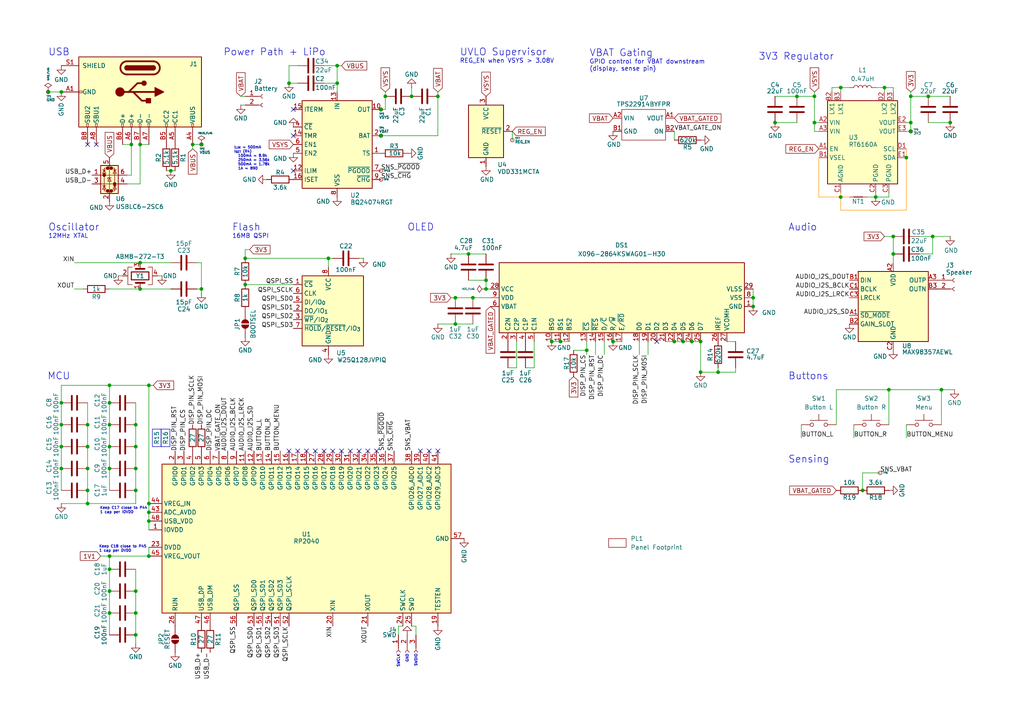
<source format=kicad_sch>
(kicad_sch (version 20250114) (generator "eeschema") (generator_version "9.0")
  (paper "A4")
  (title_block (title "Prythm"))
  (rectangle (start 46.736 124.46) (end 49.276 129.54))
  (rectangle (start 44.196 124.46) (end 46.736 129.54))
  (text "battery level monitoring\nway to soft shutdown audio system\nway to soft shutdown display -- maybe just use disp commands xd\nleds? (come back after first routing?)\nactually pick a tactile menu btn from JLC (maybe that fun rotary thing?)" (at 302.514 34.036 0) (effects (font (size 0.762 0.762)) (justify left top)))
  (text "Buttons" (at 228.6 109.22 0) (effects (font (size 2.032 2.032)) (justify left)))
  (text "Oscillator" (at 13.97 66.04 0) (effects (font (size 2.032 2.032)) (justify left)))
  (text "VBAT Gating" (at 170.942 15.494 0) (effects (font (size 2.032 2.032)) (justify left)))
  (text "GPIO control for VBAT downstream\n(display, sense pin)" (at 170.942 19.05 0) (effects (font (size 1.27 1.27)) (justify left)))
  (text "3V3 Regulator" (at 219.964 16.51 0) (effects (font (size 2.032 2.032)) (justify left)))
  (text "Keep C17 close to P44\n1 cap per IOVDD" (at 28.956 148.082 0) (effects (font (size 0.762 0.762)) (justify left)))
  (text "12MHz XTAL" (at 13.97 68.58 0) (effects (font (size 1.27 1.27)) (justify left)))
  (text "USB" (at 13.97 15.24 0) (effects (font (size 2.032 2.032)) (justify left)))
  (text "16MB QSPI" (at 67.31 68.58 0) (effects (font (size 1.27 1.27)) (justify left)))
  (text "I_{LIM} = 500mA\nI_{SET} (R4)\n  100mA = 8.9k\n  250mA = 3.56k\n  500mA = 1.78k\n  1A = 890" (at 67.818 45.974 0) (effects (font (size 0.762 0.762)) (justify left)))
  (text "UVLO Supervisor" (at 133.35 15.24 0) (effects (font (size 2.032 2.032)) (justify left)))
  (text "Audio" (at 228.6 66.04 0) (effects (font (size 2.032 2.032)) (justify left)))
  (text "SWCLK" (at 115.57 189.738 90) (effects (font (size 0.762 0.762)) (justify right)))
  (text "GND" (at 118.11 189.738 90) (effects (font (size 0.762 0.762)) (justify right)))
  (text "Sensing" (at 228.6 133.35 0) (effects (font (size 2.032 2.032)) (justify left)))
  (text "Flash" (at 67.31 66.04 0) (effects (font (size 2.032 2.032)) (justify left)))
  (text "Power Path + LiPo" (at 64.77 15.24 0) (effects (font (size 2.032 2.032)) (justify left)))
  (text "REG_EN when VSYS > 3.08V" (at 133.35 17.78 0) (effects (font (size 1.27 1.27)) (justify left)))
  (text "MCU" (at 13.716 109.22 0) (effects (font (size 2.032 2.032)) (justify left)))
  (text "OLED" (at 118.11 66.04 0) (effects (font (size 2.032 2.032)) (justify left)))
  (text "Keep C18 close to P45\n1 cap per DVDD" (at 28.702 159.258 0) (effects (font (size 0.762 0.762)) (justify left)))
  (text "SWDIO" (at 120.65 189.738 90) (effects (font (size 0.762 0.762)) (justify right)))
  (text "v0\n- initial board layout\n\nv1\n- VSYS threshold at 3.3V\n- drop 9V regulator (YOLO internal charge pump)\n- use display with wider bezels (more PCB space for design)" (at -42.926 4.826 0) (effects (font (size 0.762 0.762)) (justify left top)))
  (junction (at 38.1 41.91))
  (junction (at 39.37 135.89))
  (junction (at 25.4 129.54))
  (junction (at 43.18 151.13))
  (junction (at 264.16 38.1))
  (junction (at 43.18 111.76))
  (junction (at 200.66 99.06))
  (junction (at 231.14 27.94))
  (junction (at 198.12 99.06))
  (junction (at 31.75 111.76))
  (junction (at 195.58 99.06))
  (junction (at 43.18 146.05))
  (junction (at 17.78 26.67))
  (junction (at 25.4 135.89))
  (junction (at 243.84 57.15))
  (junction (at 31.75 161.29))
  (junction (at 243.84 25.4))
  (junction (at 236.22 27.94))
  (junction (at 55.88 41.91))
  (junction (at 250.19 142.24))
  (junction (at 39.37 184.15))
  (junction (at 127 27.94))
  (junction (at 218.44 88.9))
  (junction (at 17.78 116.84))
  (junction (at 40.64 76.2))
  (junction (at 25.4 142.24))
  (junction (at 170.18 101.6))
  (junction (at 110.49 31.75))
  (junction (at 17.78 135.89))
  (junction (at 43.18 161.29))
  (junction (at 17.78 129.54))
  (junction (at 39.37 142.24))
  (junction (at 218.44 86.36))
  (junction (at 162.56 99.06))
  (junction (at 83.82 24.13))
  (junction (at 71.12 74.93))
  (junction (at 208.28 107.95))
  (junction (at 58.42 83.82))
  (junction (at 132.08 86.36))
  (junction (at 31.75 129.54))
  (junction (at 275.59 35.56))
  (junction (at 203.2 107.95))
  (junction (at 137.16 86.36))
  (junction (at 140.97 81.28))
  (junction (at 135.89 73.66))
  (junction (at 262.89 45.72))
  (junction (at 31.75 123.19))
  (junction (at 160.02 99.06))
  (junction (at 71.12 82.55))
  (junction (at 264.16 27.94))
  (junction (at 39.37 177.8))
  (junction (at 140.97 83.82))
  (junction (at 43.18 148.59))
  (junction (at 259.08 68.58))
  (junction (at 31.75 116.84))
  (junction (at 31.75 165.1))
  (junction (at 259.08 73.66))
  (junction (at 31.75 177.8))
  (junction (at 40.64 41.91))
  (junction (at 132.08 93.98))
  (junction (at 17.78 123.19))
  (junction (at 110.49 39.37))
  (junction (at 264.16 35.56))
  (junction (at 119.38 27.94))
  (junction (at 269.24 27.94))
  (junction (at 31.75 135.89))
  (junction (at 236.22 35.56))
  (junction (at 270.51 68.58))
  (junction (at 254 57.15))
  (junction (at 40.64 83.82))
  (junction (at 13.97 26.67))
  (junction (at 25.4 123.19))
  (junction (at 58.42 41.91))
  (junction (at 224.79 35.56))
  (junction (at 31.75 171.45))
  (junction (at 97.79 24.13))
  (junction (at 95.25 74.93))
  (junction (at 39.37 171.45))
  (junction (at 97.79 19.05))
  (junction (at 256.54 25.4))
  (junction (at 39.37 129.54))
  (junction (at 203.2 99.06))
  (junction (at 49.53 49.53))
  (junction (at 177.8 99.06))
  (junction (at 111.76 27.94))
  (junction (at 257.81 113.03))
  (junction (at 273.05 113.03))
  (junction (at 25.4 146.05))
  (junction (at 39.37 123.19))
  (no_connect (at 25.4 41.91))
  (no_connect (at 99.06 130.81))
  (no_connect (at 121.92 130.81))
  (no_connect (at 91.44 130.81))
  (no_connect (at 96.52 130.81))
  (no_connect (at 93.98 130.81))
  (no_connect (at 27.94 41.91))
  (no_connect (at 104.14 130.81))
  (no_connect (at 85.09 49.53))
  (no_connect (at 124.46 130.81))
  (no_connect (at 83.82 130.81))
  (no_connect (at 101.6 130.81))
  (no_connect (at 190.5 99.06))
  (no_connect (at 86.36 130.81))
  (no_connect (at 127 130.81))
  (no_connect (at 85.09 39.37))
  (no_connect (at 88.9 130.81))
  (no_connect (at 85.09 31.75))
  (no_connect (at 106.68 130.81))
  (no_connect (at 109.22 130.81))
  (wire (pts (xy 130.81 86.36) (xy 132.08 86.36)))
  (wire (pts (xy 166.37 101.6) (xy 170.18 101.6)))
  (wire (pts (xy 140.97 81.28) (xy 140.97 83.82)))
  (wire (pts (xy 58.42 83.82) (xy 57.15 83.82)))
  (wire (pts (xy 254 25.4) (xy 256.54 25.4)))
  (wire (pts (xy 243.84 60.96) (xy 262.89 60.96)) (stroke (width 0) (color 255 153 0 1)))
  (wire (pts (xy 236.22 27.94) (xy 236.22 35.56)))
  (wire (pts (xy 40.64 53.34) (xy 36.83 53.34)))
  (wire (pts (xy 49.53 76.2) (xy 40.64 76.2)))
  (wire (pts (xy 31.75 123.19) (xy 31.75 116.84)))
  (wire (pts (xy 208.28 107.95) (xy 208.28 106.68)))
  (wire (pts (xy 259.08 25.4) (xy 259.08 26.67)))
  (wire (pts (xy 152.4 106.68) (xy 154.94 106.68)))
  (wire (pts (xy 210.82 99.06) (xy 213.36 99.06)))
  (wire (pts (xy 231.14 27.94) (xy 236.22 27.94)))
  (wire (pts (xy 127 93.98) (xy 132.08 93.98)))
  (wire (pts (xy 93.98 19.05) (xy 97.79 19.05)))
  (wire (pts (xy 242.57 113.03) (xy 242.57 123.19)))
  (wire (pts (xy 264.16 26.67) (xy 264.16 27.94)))
  (wire (pts (xy 31.75 165.1) (xy 31.75 171.45)))
  (wire (pts (xy 266.7 68.58) (xy 270.51 68.58)))
  (wire (pts (xy 58.42 83.82) (xy 58.42 76.2)))
  (wire (pts (xy 25.4 142.24) (xy 25.4 146.05)))
  (wire (pts (xy 200.66 99.06) (xy 203.2 99.06)))
  (wire (pts (xy 254 57.15) (xy 257.81 57.15)))
  (wire (pts (xy 43.18 151.13) (xy 43.18 148.59)))
  (wire (pts (xy 135.89 73.66) (xy 140.97 73.66)))
  (wire (pts (xy 236.22 26.67) (xy 236.22 27.94)))
  (wire (pts (xy 105.41 74.93) (xy 104.14 74.93)))
  (wire (pts (xy 175.26 99.06) (xy 175.26 102.87)))
  (wire (pts (xy 39.37 123.19) (xy 39.37 116.84)))
  (wire (pts (xy 13.97 26.67) (xy 17.78 26.67)))
  (wire (pts (xy 273.05 113.03) (xy 273.05 123.19)))
  (wire (pts (xy 48.26 49.53) (xy 49.53 49.53)))
  (wire (pts (xy 40.64 83.82) (xy 31.75 83.82)))
  (wire (pts (xy 119.38 25.4) (xy 119.38 27.94)))
  (wire (pts (xy 58.42 76.2) (xy 57.15 76.2)))
  (wire (pts (xy 71.12 74.93) (xy 95.25 74.93)))
  (wire (pts (xy 236.22 38.1) (xy 237.49 38.1)))
  (wire (pts (xy 31.75 161.29) (xy 31.75 165.1)))
  (wire (pts (xy 237.49 57.15) (xy 243.84 57.15)) (stroke (width 0) (color 255 153 0 1)))
  (wire (pts (xy 262.89 123.19) (xy 262.89 127)))
  (wire (pts (xy 25.4 146.05) (xy 39.37 146.05)))
  (wire (pts (xy 213.36 107.95) (xy 213.36 106.68)))
  (wire (pts (xy 17.78 111.76) (xy 31.75 111.76)))
  (wire (pts (xy 25.4 129.54) (xy 25.4 123.19)))
  (wire (pts (xy 247.65 123.19) (xy 247.65 127)))
  (wire (pts (xy 275.59 35.56) (xy 269.24 35.56)))
  (wire (pts (xy 224.79 27.94) (xy 231.14 27.94)))
  (wire (pts (xy 110.49 31.75) (xy 111.76 31.75)))
  (wire (pts (xy 17.78 146.05) (xy 25.4 146.05)))
  (wire (pts (xy 132.08 93.98) (xy 137.16 93.98)))
  (wire (pts (xy 40.64 41.91) (xy 40.64 53.34)))
  (wire (pts (xy 69.85 27.94) (xy 71.12 27.94)))
  (wire (pts (xy 17.78 111.76) (xy 17.78 116.84)))
  (wire (pts (xy 241.3 25.4) (xy 243.84 25.4)))
  (wire (pts (xy 137.16 86.36) (xy 142.24 86.36)))
  (wire (pts (xy 177.8 99.06) (xy 180.34 99.06)))
  (wire (pts (xy 236.22 35.56) (xy 236.22 38.1)))
  (wire (pts (xy 38.1 50.8) (xy 36.83 50.8)))
  (wire (pts (xy 39.37 184.15) (xy 39.37 177.8)))
  (wire (pts (xy 148.59 38.1) (xy 148.59 40.64)))
  (wire (pts (xy 127 27.94) (xy 127 39.37)))
  (wire (pts (xy 38.1 41.91) (xy 38.1 50.8)))
  (wire (pts (xy 170.18 101.6) (xy 170.18 102.87)))
  (wire (pts (xy 97.79 24.13) (xy 97.79 26.67)))
  (wire (pts (xy 25.4 135.89) (xy 25.4 129.54)))
  (wire (pts (xy 83.82 24.13) (xy 83.82 19.05)))
  (wire (pts (xy 127 26.67) (xy 127 27.94)))
  (wire (pts (xy 43.18 41.91) (xy 40.64 41.91)))
  (wire (pts (xy 135.89 81.28) (xy 140.97 81.28)))
  (wire (pts (xy 275.59 27.94) (xy 269.24 27.94)))
  (wire (pts (xy 185.42 99.06) (xy 185.42 102.87)))
  (wire (pts (xy 39.37 142.24) (xy 39.37 146.05)))
  (wire (pts (xy 39.37 135.89) (xy 39.37 142.24)))
  (wire (pts (xy 110.49 39.37) (xy 127 39.37)))
  (wire (pts (xy 44.45 111.76) (xy 43.18 111.76)))
  (wire (pts (xy 69.85 30.48) (xy 71.12 30.48)))
  (wire (pts (xy 170.18 99.06) (xy 170.18 101.6)))
  (wire (pts (xy 132.08 86.36) (xy 137.16 86.36)))
  (wire (pts (xy 130.81 73.66) (xy 135.89 73.66)))
  (wire (pts (xy 31.75 129.54) (xy 31.75 123.19)))
  (wire (pts (xy 58.42 85.09) (xy 58.42 83.82)))
  (wire (pts (xy 218.44 86.36) (xy 218.44 88.9)))
  (wire (pts (xy 243.84 25.4) (xy 246.38 25.4)))
  (wire (pts (xy 17.78 129.54) (xy 17.78 123.19)))
  (wire (pts (xy 172.72 99.06) (xy 172.72 102.87)))
  (wire (pts (xy 83.82 24.13) (xy 86.36 24.13)))
  (wire (pts (xy 203.2 107.95) (xy 208.28 107.95)))
  (wire (pts (xy 97.79 19.05) (xy 99.06 19.05)))
  (wire (pts (xy 208.28 107.95) (xy 213.36 107.95)))
  (wire (pts (xy 31.75 135.89) (xy 31.75 129.54)))
  (wire (pts (xy 71.12 72.39) (xy 71.12 74.93)))
  (wire (pts (xy 241.3 26.67) (xy 241.3 25.4)))
  (wire (pts (xy 97.79 19.05) (xy 97.79 24.13)))
  (wire (pts (xy 31.75 142.24) (xy 31.75 135.89)))
  (wire (pts (xy 162.56 99.06) (xy 165.1 99.06)))
  (wire (pts (xy 254 55.88) (xy 254 57.15)))
  (wire (pts (xy 243.84 55.88) (xy 243.84 57.15)) (stroke (width 0) (color 255 153 0 1)))
  (wire (pts (xy 266.7 73.66) (xy 270.51 73.66)))
  (wire (pts (xy 39.37 186.69) (xy 39.37 184.15)))
  (wire (pts (xy 58.42 41.91) (xy 55.88 41.91)))
  (wire (pts (xy 203.2 99.06) (xy 203.2 107.95)))
  (wire (pts (xy 259.08 73.66) (xy 259.08 76.2)))
  (wire (pts (xy 31.75 177.8) (xy 31.75 171.45)))
  (wire (pts (xy 273.05 113.03) (xy 276.86 113.03)))
  (wire (pts (xy 198.12 99.06) (xy 195.58 99.06)))
  (wire (pts (xy 46.99 80.01) (xy 45.72 80.01)))
  (wire (pts (xy 232.41 123.19) (xy 232.41 127)))
  (wire (pts (xy 257.81 57.15) (xy 257.81 55.88)))
  (wire (pts (xy 34.29 80.01) (xy 35.56 80.01)))
  (wire (pts (xy 236.22 35.56) (xy 237.49 35.56)))
  (wire (pts (xy 262.89 45.72) (xy 262.89 43.18)) (stroke (width 0) (color 255 153 0 1)))
  (wire (pts (xy 264.16 27.94) (xy 264.16 35.56)))
  (wire (pts (xy 43.18 161.29) (xy 43.18 158.75)))
  (wire (pts (xy 195.58 99.06) (xy 193.04 99.06)))
  (wire (pts (xy 147.32 106.68) (xy 149.86 106.68)))
  (wire (pts (xy 17.78 123.19) (xy 17.78 116.84)))
  (wire (pts (xy 49.53 83.82) (xy 40.64 83.82)))
  (wire (pts (xy 119.38 181.61) (xy 120.65 181.61)))
  (wire (pts (xy 111.76 26.67) (xy 111.76 27.94)))
  (wire (pts (xy 257.81 113.03) (xy 273.05 113.03)))
  (wire (pts (xy 40.64 76.2) (xy 21.59 76.2)))
  (wire (pts (xy 243.84 57.15) (xy 246.38 57.15)) (stroke (width 0) (color 255 153 0 1)))
  (wire (pts (xy 262.89 38.1) (xy 264.16 38.1)))
  (polyline (pts (xy 300.99 34.29) (xy 302.26 34.29)))
  (wire (pts (xy 43.18 153.67) (xy 43.18 151.13)))
  (wire (pts (xy 255.27 137.16) (xy 250.19 137.16)))
  (wire (pts (xy 95.25 74.93) (xy 96.52 74.93)))
  (wire (pts (xy 49.53 49.53) (xy 50.8 49.53)))
  (wire (pts (xy 242.57 113.03) (xy 257.81 113.03)))
  (wire (pts (xy 72.39 72.39) (xy 71.12 72.39)))
  (wire (pts (xy 17.78 135.89) (xy 17.78 129.54)))
  (wire (pts (xy 55.88 43.18) (xy 55.88 41.91)))
  (wire (pts (xy 43.18 111.76) (xy 31.75 111.76)))
  (wire (pts (xy 71.12 82.55) (xy 85.09 82.55)))
  (wire (pts (xy 259.08 68.58) (xy 259.08 73.66)))
  (wire (pts (xy 243.84 57.15) (xy 243.84 60.96)) (stroke (width 0) (color 255 153 0 1)))
  (wire (pts (xy 256.54 68.58) (xy 259.08 68.58)))
  (wire (pts (xy 29.21 161.29) (xy 31.75 161.29)))
  (polyline (pts (xy 300.99 35.56) (xy 302.26 35.56)))
  (wire (pts (xy 38.1 41.91) (xy 35.56 41.91)))
  (wire (pts (xy 24.13 83.82) (xy 21.59 83.82)))
  (polyline (pts (xy 300.99 36.83) (xy 302.26 36.83)))
  (wire (pts (xy 31.75 177.8) (xy 31.75 184.15)))
  (wire (pts (xy 243.84 25.4) (xy 243.84 26.67)))
  (wire (pts (xy 256.54 25.4) (xy 256.54 26.67)))
  (wire (pts (xy 264.16 38.1) (xy 264.16 35.56)))
  (wire (pts (xy 39.37 135.89) (xy 39.37 129.54)))
  (wire (pts (xy 111.76 31.75) (xy 111.76 27.94)))
  (wire (pts (xy 83.82 19.05) (xy 86.36 19.05)))
  (wire (pts (xy 25.4 116.84) (xy 25.4 123.19)))
  (wire (pts (xy 270.51 68.58) (xy 270.51 73.66)))
  (wire (pts (xy 43.18 111.76) (xy 43.18 146.05)))
  (wire (pts (xy 93.98 24.13) (xy 97.79 24.13)))
  (wire (pts (xy 31.75 111.76) (xy 31.75 116.84)))
  (wire (pts (xy 264.16 35.56) (xy 262.89 35.56)))
  (wire (pts (xy 224.79 35.56) (xy 231.14 35.56)))
  (wire (pts (xy 140.97 83.82) (xy 142.24 83.82)))
  (wire (pts (xy 116.84 181.61) (xy 115.57 181.61)))
  (wire (pts (xy 160.02 99.06) (xy 162.56 99.06)))
  (wire (pts (xy 187.96 99.06) (xy 187.96 102.87)))
  (wire (pts (xy 39.37 177.8) (xy 39.37 171.45)))
  (wire (pts (xy 251.46 57.15) (xy 254 57.15)))
  (wire (pts (xy 31.75 161.29) (xy 43.18 161.29)))
  (wire (pts (xy 200.66 99.06) (xy 198.12 99.06)))
  (wire (pts (xy 95.25 74.93) (xy 95.25 77.47)))
  (wire (pts (xy 250.19 137.16) (xy 250.19 142.24)))
  (wire (pts (xy 270.51 68.58) (xy 275.59 68.58)))
  (wire (pts (xy 257.81 113.03) (xy 257.81 123.19)))
  (wire (pts (xy 43.18 148.59) (xy 43.18 146.05)))
  (wire (pts (xy 149.86 106.68) (xy 149.86 99.06)))
  (wire (pts (xy 218.44 83.82) (xy 218.44 86.36)))
  (wire (pts (xy 262.89 60.96) (xy 262.89 45.72)) (stroke (width 0) (color 255 153 0 1)))
  (wire (pts (xy 25.4 142.24) (xy 25.4 135.89)))
  (wire (pts (xy 120.65 181.61) (xy 120.65 184.15)))
  (wire (pts (xy 39.37 129.54) (xy 39.37 123.19)))
  (wire (pts (xy 256.54 25.4) (xy 259.08 25.4)))
  (wire (pts (xy 115.57 181.61) (xy 115.57 184.15)))
  (wire (pts (xy 195.58 38.1) (xy 195.58 40.64)))
  (wire (pts (xy 264.16 27.94) (xy 269.24 27.94)))
  (wire (pts (xy 237.49 45.72) (xy 237.49 57.15)) (stroke (width 0) (color 255 153 0 1)))
  (wire (pts (xy 17.78 142.24) (xy 17.78 135.89)))
  (wire (pts (xy 154.94 106.68) (xy 154.94 99.06)))
  (wire (pts (xy 39.37 171.45) (xy 39.37 165.1)))
  (label "DISP_PIN_CS" (at 53.34 130.81 90))
  (label "QSPI_SD2" (at 78.74 181.61 270))
  (label "AUDIO_I2S_SD" (at 73.66 130.81 90))
  (label "SNS_~{CHG}" (at 110.49 52.07 0))
  (label "DISP_PIN_RST" (at 172.72 102.87 270))
  (label "QSPI_SCLK" (at 83.82 181.61 270))
  (label "SNS_~{CHG}" (at 114.3 130.81 90))
  (label "QSPI_SD2" (at 85.09 92.71 180))
  (label "AUDIO_I2S_DOUT" (at 66.04 130.81 90))
  (label "SNS_~{PGOOD}" (at 111.76 130.81 90))
  (label "SNS_VBAT" (at 119.38 130.81 90))
  (label "QSPI_SD1" (at 76.2 181.61 270))
  (label "DISP_PIN_RST" (at 50.8 130.81 90))
  (label "QSPI_SD3" (at 85.09 95.25 180))
  (label "DISP_PIN_CS" (at 170.18 102.87 270))
  (label "BUTTON_L" (at 232.41 127 0))
  (label "XOUT" (at 21.59 83.82 180))
  (label "AUDIO_I2S_BCLK" (at 246.38 83.82 180))
  (label "QSPI_SS" (at 85.09 82.55 180))
  (label "BUTTON_R" (at 78.74 130.81 90))
  (label "QSPI_SD1" (at 85.09 90.17 180))
  (label "AUDIO_I2S_BCLK" (at 68.58 130.81 90))
  (label "QSPI_SCLK" (at 85.09 85.09 180))
  (label "AUDIO_I2S_LRCK" (at 246.38 86.36 180))
  (label "XOUT" (at 106.68 181.61 270))
  (label "USB_D-" (at 26.67 53.34 180))
  (label "SNS_~{PGOOD}" (at 110.49 49.53 0))
  (label "BUTTON_MENU" (at 81.28 130.81 90))
  (label "AUDIO_I2S_SD" (at 246.38 91.44 180))
  (label "QSPI_SD0" (at 85.09 87.63 180))
  (label "QSPI_SD3" (at 81.28 181.61 270))
  (label "DISP_PIN_SCLK" (at 185.42 102.87 270))
  (label "QSPI_SD0" (at 73.66 181.61 270))
  (label "USB_D+" (at 58.42 189.23 270))
  (label "SNS_VBAT" (at 255.27 137.16 0))
  (label "AUDIO_I2S_LRCK" (at 71.12 130.81 90))
  (label "XIN" (at 21.59 76.2 180))
  (label "DISP_PIN_DC" (at 175.26 102.87 270))
  (label "USB_D-" (at 60.96 189.23 270))
  (label "USB_D+" (at 26.67 50.8 180))
  (label "AUDIO_I2S_DOUT" (at 246.38 81.28 180))
  (label "BUTTON_R" (at 247.65 127 0))
  (label "BUTTON_L" (at 76.2 130.81 90))
  (label "VBAT_GATE_ON" (at 195.58 38.1 0))
  (label "DISP_PIN_MOSI" (at 187.96 102.87 270))
  (label "DISP_PIN_SCLK" (at 55.88 123.19 90))
  (label "VBAT_GATE_ON" (at 63.5 130.81 90))
  (label "XIN" (at 96.52 181.61 270))
  (label "DISP_PIN_DC" (at 60.96 130.81 90))
  (label "QSPI_SS" (at 68.58 181.61 270))
  (label "BUTTON_MENU" (at 262.89 127 0))
  (label "DISP_PIN_MOSI" (at 58.42 123.19 90))
  (global_label "VSYS" (shape input) (at 111.76 26.67 90) (property "Intersheetrefs" "${INTERSHEET_REFS}" (effects (hide yes))))
  (global_label "VSYS" (shape input) (at 236.22 26.67 90) (property "Intersheetrefs" "${INTERSHEET_REFS}" (effects (hide yes))))
  (global_label "REG_EN" (shape input) (at 237.49 43.18 180) (property "Intersheetrefs" "${INTERSHEET_REFS}" (effects (hide yes))))
  (global_label "VBAT_GATED" (shape input) (at 195.58 34.29 0) (property "Intersheetrefs" "${INTERSHEET_REFS}" (effects (hide yes))))
  (global_label "3V3" (shape input) (at 130.81 86.36 180) (property "Intersheetrefs" "${INTERSHEET_REFS}" (effects (hide yes))))
  (global_label "VBAT" (shape input) (at 127 26.67 90) (property "Intersheetrefs" "${INTERSHEET_REFS}" (effects (hide yes))))
  (global_label "1V1" (shape input) (at 29.21 161.29 180) (property "Intersheetrefs" "${INTERSHEET_REFS}" (effects (hide yes))))
  (global_label "VBUS" (shape input) (at 99.06 19.05 0) (property "Intersheetrefs" "${INTERSHEET_REFS}" (effects (hide yes))))
  (global_label "3V3" (shape input) (at 256.54 68.58 180) (property "Intersheetrefs" "${INTERSHEET_REFS}" (effects (hide yes))))
  (global_label "VBAT" (shape input) (at 69.85 27.94 90) (property "Intersheetrefs" "${INTERSHEET_REFS}" (effects (hide yes))))
  (global_label "3V3" (shape input) (at 166.37 109.22 270) (property "Intersheetrefs" "${INTERSHEET_REFS}" (effects (hide yes))))
  (global_label "VBUS" (shape input) (at 55.88 43.18 270) (property "Intersheetrefs" "${INTERSHEET_REFS}" (effects (hide yes))))
  (global_label "VBUS" (shape input) (at 31.75 45.72 90) (property "Intersheetrefs" "${INTERSHEET_REFS}" (effects (hide yes))))
  (global_label "VBAT_GATED" (shape input) (at 242.57 142.24 180) (property "Intersheetrefs" "${INTERSHEET_REFS}" (effects (hide yes))))
  (global_label "3V3" (shape input) (at 44.45 111.76 0) (property "Intersheetrefs" "${INTERSHEET_REFS}" (effects (hide yes))))
  (global_label "VSYS" (shape input) (at 140.97 27.94 90) (property "Intersheetrefs" "${INTERSHEET_REFS}" (effects (hide yes))))
  (global_label "VBAT_GATED" (shape input) (at 142.24 88.9 270) (property "Intersheetrefs" "${INTERSHEET_REFS}" (effects (hide yes))))
  (global_label "VSYS" (shape input) (at 85.09 41.91 180) (property "Intersheetrefs" "${INTERSHEET_REFS}" (effects (hide yes))))
  (global_label "REG_EN" (shape input) (at 148.59 38.1 0) (property "Intersheetrefs" "${INTERSHEET_REFS}" (effects (hide yes))))
  (global_label "3V3" (shape input) (at 264.16 26.67 90) (property "Intersheetrefs" "${INTERSHEET_REFS}" (effects (hide yes))))
  (global_label "3V3" (shape input) (at 72.39 72.39 0) (property "Intersheetrefs" "${INTERSHEET_REFS}" (effects (hide yes))))
  (global_label "VBAT" (shape input) (at 177.8 34.29 180) (property "Intersheetrefs" "${INTERSHEET_REFS}" (effects (hide yes))))
  (symbol (lib_name "Conn_01x02_Socket_1") (lib_id "Connector:Conn_01x02_Socket") (at 76.2 27.94 0) (unit 1)
    (property "Reference" "J2" (at 73.66 23.622 0) (effects (justify left)))
    (property "Value" "Battery" (at 73.66 25.654 0) (effects (justify left)))
    (property "Footprint" "Connector_PinHeader_1.27mm:PinHeader_1x02_P1.27mm_Vertical" (effects (hide yes)))
    (property "Description" "Generic connector, single row, 01x02, script generated" (effects (hide yes)))
  )
  (symbol (lib_id "Device:R") (at 208.28 102.87 180) (unit 1)
    (property "Reference" "R14" (at 205.994 102.87 90))
    (property "Value" "620k" (at 208.28 105.41 90) (effects (justify right)))
    (property "Footprint" "Resistor_SMD:R_0201_0603Metric" (effects (hide yes)))
    (property "Description" "Resistor" (effects (hide yes)))
    (property "LCSC" "C295860" (effects (hide yes)))
  )
  (symbol (lib_id "Device:R") (at 60.96 185.42 0) (mirror x) (unit 1)
    (property "Reference" "R11" (at 63.246 185.42 90))
    (property "Value" "27" (at 60.96 185.42 90))
    (property "Footprint" "Resistor_SMD:R_0201_0603Metric" (effects (hide yes)))
    (property "Description" "Resistor" (effects (hide yes)))
    (property "LCSC" "C273268" (effects (hide yes)))
  )
  (symbol (lib_id "Device:R") (at 166.37 105.41 180) (unit 1)
    (property "Reference" "R17" (at 164.338 105.41 90))
    (property "Value" "10k" (at 166.37 105.41 90))
    (property "Footprint" "Resistor_SMD:R_0201_0603Metric" (effects (hide yes)))
    (property "Description" "Resistor" (effects (hide yes)))
    (property "LCSC" "C138117" (effects (hide yes)))
  )
  (symbol (lib_id "power:PWR_FLAG") (at 13.97 26.67 0) (unit 1)
    (property "Reference" "#FLG01" (effects (hide yes)))
    (property "Value" "GND_FLAG" (at 13.97 23.368 90) (effects (font (size 0.508 0.508)) (justify left)))
    (property "Description" "Special symbol for telling ERC where power comes from" (effects (hide yes)))
  )
  (symbol (lib_id "Device:C") (at 269.24 31.75 0) (mirror y) (unit 1)
    (property "Reference" "C7" (at 269.24 24.638 0))
    (property "Value" "22uF" (at 269.24 26.416 0))
    (property "Footprint" "Capacitor_SMD:C_0603_1608Metric" (effects (hide yes)))
    (property "Description" "Unpolarized capacitor" (effects (hide yes)))
    (property "LCSC" "C2762594" (effects (hide yes)))
  )
  (symbol (lib_id "Custom:RT6160A") (at 250.19 27.94 0) (unit 1)
    (property "Reference" "U3" (at 246.126 39.878 0) (effects (justify left)))
    (property "Value" "RT6160A" (at 246.126 41.91 0) (effects (justify left)))
    (property "Footprint" "Custom:WL-CSP-15B_1.4x2.3_BSC" (effects (hide yes)))
    (property "Datasheet" "https://www.richtek.com/assets/product_file/RT6160A/DS6160A-05.pdf" (effects (hide yes)))
    (property "LCSC" "C7065276" (effects (hide yes)))
  )
  (symbol (lib_id "power:GND") (at 259.08 101.6 0) (unit 1)
    (property "Reference" "#PWR036" (effects (hide yes)))
    (property "Value" "GND" (at 255.27 103.378 0))
    (property "Description" "Power symbol creates a global label with name \"GND\" , ground" (effects (hide yes)))
  )
  (symbol (lib_id "power:GND") (at 46.99 80.01 0) (unit 1)
    (property "Reference" "#PWR023" (effects (hide yes)))
    (property "Value" "GND" (at 49.276 80.01 0))
    (property "Description" "Power symbol creates a global label with name \"GND\" , ground" (effects (hide yes)))
  )
  (symbol (lib_id "power:GND") (at 69.85 30.48 0) (unit 1)
    (property "Reference" "#PWR016" (effects (hide yes)))
    (property "Value" "GND" (at 69.85 34.29 0))
    (property "Description" "Power symbol creates a global label with name \"GND\" , ground" (effects (hide yes)))
  )
  (symbol (lib_id "Device:C") (at 262.89 73.66 90) (unit 1)
    (property "Reference" "C36" (at 264.16 72.39 90) (effects (justify right)))
    (property "Value" "100nF" (at 264.16 74.93 90) (effects (justify right)))
    (property "Footprint" "Capacitor_SMD:C_0201_0603Metric" (effects (hide yes)))
    (property "Description" "Unpolarized capacitor" (effects (hide yes)))
    (property "LCSC" "C307380" (effects (hide yes)))
  )
  (symbol (lib_id "Device:C") (at 35.56 135.89 90) (unit 1)
    (property "Reference" "C9" (at 28.194 137.16 0) (effects (justify left)))
    (property "Value" "100nF" (at 30.226 138.938 0) (effects (justify left)))
    (property "Footprint" "Capacitor_SMD:C_0201_0603Metric" (effects (hide yes)))
    (property "Description" "Unpolarized capacitor" (effects (hide yes)))
    (property "LCSC" "C307380" (effects (hide yes)))
  )
  (symbol (lib_id "Device:C") (at 115.57 27.94 270) (unit 1)
    (property "Reference" "C3" (at 116.586 30.988 0) (effects (justify left)))
    (property "Value" "22uF" (at 114.808 30.988 0) (effects (justify left)))
    (property "Footprint" "Capacitor_SMD:C_0603_1608Metric" (effects (hide yes)))
    (property "Description" "Unpolarized capacitor" (effects (hide yes)))
    (property "LCSC" "C2762594" (effects (hide yes)))
  )
  (symbol (lib_id "Device:C") (at 152.4 102.87 0) (unit 1)
    (property "Reference" "C26" (at 152.4 110.236 0))
    (property "Value" "1uF" (at 152.4 108.204 0))
    (property "Footprint" "Capacitor_SMD:C_0201_0603Metric" (effects (hide yes)))
    (property "Description" "Unpolarized capacitor" (effects (hide yes)))
    (property "LCSC" "C307385" (effects (hide yes)))
  )
  (symbol (lib_id "Device:R") (at 48.26 45.72 0) (mirror y) (unit 1)
    (property "Reference" "R2" (at 45.974 45.72 90))
    (property "Value" "5.1k" (at 48.26 45.72 90))
    (property "Footprint" "Resistor_SMD:R_0201_0603Metric" (effects (hide yes)))
    (property "Description" "Resistor" (effects (hide yes)))
    (property "LCSC" "C274341" (effects (hide yes)))
  )
  (symbol (lib_id "Connector:TestPoint_Small") (at 58.42 41.91 270) (unit 1) (in_bom no)
    (property "Reference" "TP2" (at 57.912 43.18 90) (effects (font (size 0.508 0.508)) (justify left)))
    (property "Value" "VBUS" (at 57.912 44.196 90) (effects (font (size 0.762 0.762)) (justify left)))
    (property "Footprint" "TestPoint:TestPoint_Pad_D2.0mm" (effects (hide yes)))
    (property "Description" "test point" (effects (hide yes)))
  )
  (symbol (lib_id "power:GND") (at 105.41 74.93 0) (unit 1)
    (property "Reference" "#PWR022" (effects (hide yes)))
    (property "Value" "GND" (at 107.95 76.708 0) (effects (justify left)))
    (property "Description" "Power symbol creates a global label with name \"GND\" , ground" (effects (hide yes)))
  )
  (symbol (lib_id "Device:C") (at 53.34 83.82 270) (unit 1)
    (property "Reference" "C24" (at 53.34 89.662 90))
    (property "Value" "15pF" (at 53.34 87.63 90))
    (property "Footprint" "Capacitor_SMD:C_0201_0603Metric" (effects (hide yes)))
    (property "Description" "Unpolarized capacitor" (effects (hide yes)))
    (property "LCSC" "C237567" (effects (hide yes)))
  )
  (symbol (lib_id "Device:C") (at 140.97 77.47 180) (unit 1)
    (property "Reference" "C31" (at 139.7 69.85 0) (effects (justify right)))
    (property "Value" "100nF" (at 139.7 71.882 0) (effects (justify right)))
    (property "Footprint" "Capacitor_SMD:C_0201_0603Metric" (effects (hide yes)))
    (property "Description" "Unpolarized capacitor" (effects (hide yes)))
    (property "LCSC" "C307380" (effects (hide yes)))
  )
  (symbol (lib_id "Switch:SW_Push") (at 237.49 123.19 0) (unit 1) (in_bom no)
    (property "Reference" "SW1" (at 237.49 115.57 0))
    (property "Value" "Button L" (at 237.49 118.11 0))
    (property "Footprint" "Button_Switch_Keyboard:SW_Cherry_MX_1.00u_PCB" (effects (hide yes)))
    (property "Description" "Push button switch, generic, two pins" (effects (hide yes)))
  )
  (symbol (lib_id "Jumper:SolderJumper_2_Open") (at 50.8 185.42 90) (unit 1) (in_bom no)
    (property "Reference" "JP2" (at 46.736 185.42 0))
    (property "Value" "RESET" (at 48.514 185.42 0))
    (property "Footprint" "Jumper:SolderJumper-2_P1.3mm_Open_Pad1.0x1.5mm" (effects (hide yes)))
    (property "Description" "Solder Jumper, 2-pole, open" (effects (hide yes)))
  )
  (symbol (lib_id "Device:R") (at 81.28 52.07 90) (unit 1)
    (property "Reference" "R4" (at 81.28 50.038 90))
    (property "Value" "3.6k" (at 81.28 54.356 90))
    (property "Footprint" "Resistor_SMD:R_0201_0603Metric" (effects (hide yes)))
    (property "Description" "Resistor" (effects (hide yes)))
    (property "LCSC" "C327389" (effects (hide yes)))
  )
  (symbol (lib_id "power:GND") (at 97.79 57.15 0) (unit 1)
    (property "Reference" "#PWR04" (effects (hide yes)))
    (property "Value" "GND" (at 93.726 58.42 0))
    (property "Description" "Power symbol creates a global label with name \"GND\" , ground" (effects (hide yes)))
  )
  (symbol (lib_id "Device:C") (at 231.14 31.75 0) (unit 1)
    (property "Reference" "C5" (at 231.14 24.638 0))
    (property "Value" "100nF" (at 231.14 26.416 0))
    (property "Footprint" "Capacitor_SMD:C_0201_0603Metric" (effects (hide yes)))
    (property "Description" "Unpolarized capacitor" (effects (hide yes)))
    (property "LCSC" "C307380" (effects (hide yes)))
  )
  (symbol (lib_id "Device:R") (at 50.8 45.72 180) (unit 1)
    (property "Reference" "R1" (at 53.086 45.72 90))
    (property "Value" "5.1k" (at 50.8 45.72 90))
    (property "Footprint" "Resistor_SMD:R_0201_0603Metric" (effects (hide yes)))
    (property "Description" "Resistor" (effects (hide yes)))
    (property "LCSC" "C274341" (effects (hide yes)))
  )
  (symbol (lib_id "Device:R") (at 55.88 127 0) (mirror y) (unit 1)
    (property "Reference" "R15" (at 45.466 127 90))
    (property "Value" "27" (at 55.88 127 90))
    (property "Footprint" "Resistor_SMD:R_0201_0603Metric" (effects (hide yes)))
    (property "Description" "Resistor" (effects (hide yes)))
    (property "LCSC" "C273268" (effects (hide yes)))
  )
  (symbol (lib_id "Device:C") (at 224.79 31.75 0) (unit 1)
    (property "Reference" "C4" (at 224.79 24.638 0))
    (property "Value" "22uF" (at 224.79 26.416 0))
    (property "Footprint" "Capacitor_SMD:C_0603_1608Metric" (effects (hide yes)))
    (property "Description" "Unpolarized capacitor" (effects (hide yes)))
    (property "LCSC" "C2762594" (effects (hide yes)))
  )
  (symbol (lib_id "power:GND") (at 203.2 40.64 90) (unit 1)
    (property "Reference" "#PWR029" (effects (hide yes)))
    (property "Value" "GND" (at 207.01 43.18 90) (effects (justify left)))
    (property "Description" "Power symbol creates a global label with name \"GND\" , ground" (effects (hide yes)))
  )
  (symbol (lib_id "Device:R") (at 199.39 40.64 270) (unit 1)
    (property "Reference" "R5" (at 199.39 42.672 90))
    (property "Value" "620k" (at 201.93 40.64 90) (effects (justify right)))
    (property "Footprint" "Resistor_SMD:R_0201_0603Metric" (effects (hide yes)))
    (property "Description" "Resistor" (effects (hide yes)))
    (property "LCSC" "C295860" (effects (hide yes)))
  )
  (symbol (lib_id "Device:C") (at 137.16 90.17 0) (unit 1)
    (property "Reference" "C30" (at 137.16 97.536 0))
    (property "Value" "1uF" (at 137.16 95.504 0))
    (property "Footprint" "Capacitor_SMD:C_0201_0603Metric" (effects (hide yes)))
    (property "Description" "Unpolarized capacitor" (effects (hide yes)))
    (property "LCSC" "C307385" (effects (hide yes)))
  )
  (symbol (lib_id "power:GND") (at 58.42 85.09 0) (unit 1)
    (property "Reference" "#PWR025" (effects (hide yes)))
    (property "Value" "GND" (at 58.42 88.9 0))
    (property "Description" "Power symbol creates a global label with name \"GND\" , ground" (effects (hide yes)))
  )
  (symbol (lib_id "Connector:TestPoint_Small") (at 13.97 26.67 270) (unit 1) (in_bom no)
    (property "Reference" "TP1" (at 13.462 27.94 90) (effects (font (size 0.508 0.508)) (justify left)))
    (property "Value" "GND" (at 13.462 28.956 90) (effects (font (size 0.762 0.762)) (justify left)))
    (property "Footprint" "TestPoint:TestPoint_Pad_D2.0mm" (effects (hide yes)))
    (property "Description" "test point" (effects (hide yes)))
  )
  (symbol (lib_id "power:GND") (at 254 57.15 0) (unit 1)
    (property "Reference" "#PWR08" (effects (hide yes)))
    (property "Value" "GND" (at 257.556 58.674 0))
    (property "Description" "Power symbol creates a global label with name \"GND\" , ground" (effects (hide yes)))
  )
  (symbol (lib_id "Device:C") (at 21.59 135.89 90) (unit 1)
    (property "Reference" "C14" (at 14.224 137.16 0) (effects (justify left)))
    (property "Value" "100nF" (at 16.256 138.938 0) (effects (justify left)))
    (property "Footprint" "Capacitor_SMD:C_0201_0603Metric" (effects (hide yes)))
    (property "Description" "Unpolarized capacitor" (effects (hide yes)))
    (property "LCSC" "C307380" (effects (hide yes)))
  )
  (symbol (lib_id "Switch:SW_Push") (at 252.73 123.19 0) (unit 1) (in_bom no)
    (property "Reference" "SW2" (at 252.73 115.57 0))
    (property "Value" "Button R" (at 252.73 118.11 0))
    (property "Footprint" "Button_Switch_Keyboard:SW_Cherry_MX_1.00u_PCB" (effects (hide yes)))
    (property "Description" "Push button switch, generic, two pins" (effects (hide yes)))
  )
  (symbol (lib_id "Device:C") (at 35.56 177.8 90) (unit 1)
    (property "Reference" "C21" (at 28.194 179.07 0) (effects (justify left)))
    (property "Value" "100nF" (at 30.226 180.848 0) (effects (justify left)))
    (property "Footprint" "Capacitor_SMD:C_0201_0603Metric" (effects (hide yes)))
    (property "Description" "Unpolarized capacitor" (effects (hide yes)))
    (property "LCSC" "C307380" (effects (hide yes)))
  )
  (symbol (lib_id "power:GND") (at 160.02 99.06 0) (unit 1)
    (property "Reference" "#PWR032" (effects (hide yes)))
    (property "Value" "GND" (at 161.544 100.838 0) (effects (justify left)))
    (property "Description" "Power symbol creates a global label with name \"GND\" , ground" (effects (hide yes)))
  )
  (symbol (lib_id "Device:C") (at 35.56 123.19 90) (unit 1)
    (property "Reference" "C11" (at 28.194 124.46 0) (effects (justify left)))
    (property "Value" "100nF" (at 30.226 126.238 0) (effects (justify left)))
    (property "Footprint" "Capacitor_SMD:C_0201_0603Metric" (effects (hide yes)))
    (property "Description" "Unpolarized capacitor" (effects (hide yes)))
    (property "LCSC" "C307380" (effects (hide yes)))
  )
  (symbol (lib_id "Custom:MAX98357AEWL") (at 259.08 88.9 0) (unit 1)
    (property "Reference" "U8" (at 261.62 100.33 0) (effects (justify left)))
    (property "Value" "MAX98357AEWL" (at 261.62 102.108 0) (effects (justify left)))
    (property "Footprint" "Custom:WLP-9_3x3_1.437x1.347mm_W91F1+1" (effects (hide yes)))
    (property "Datasheet" "https://www.analog.com/media/en/technical-documentation/data-sheets/MAX98357A-MAX98357B.pdf" (effects (hide yes)))
    (property "Description" "Mono DAC with amplifier, I2S, PCM, TDM, 32-bit, 96khz, 3.2W, TQFP-16" (effects (hide yes)))
    (property "LCSC" "C2682619" (effects (hide yes)))
  )
  (symbol (lib_id "power:GND") (at 77.47 52.07 270) (unit 1)
    (property "Reference" "#PWR015" (effects (hide yes)))
    (property "Value" "GND" (at 74.422 52.07 90) (effects (justify right)))
    (property "Description" "Power symbol creates a global label with name \"GND\" , ground" (effects (hide yes)))
  )
  (symbol (lib_id "Connector:TestPoint_Small") (at 110.49 52.07 270) (unit 1) (in_bom no)
    (property "Reference" "TP9" (at 111.252 52.07 90) (effects (font (size 0.508 0.508)) (justify left)))
    (property "Value" "SNS_~{CHG}" (effects (hide yes)))
    (property "Footprint" "TestPoint:TestPoint_Pad_D2.0mm" (effects (hide yes)))
    (property "Description" "test point" (effects (hide yes)))
  )
  (symbol (lib_id "Device:C") (at 123.19 27.94 270) (unit 1)
    (property "Reference" "C1" (at 124.206 30.988 0) (effects (justify left)))
    (property "Value" "22uF" (at 122.428 30.988 0) (effects (justify left)))
    (property "Footprint" "Capacitor_SMD:C_0603_1608Metric" (effects (hide yes)))
    (property "Description" "Unpolarized capacitor" (effects (hide yes)))
    (property "LCSC" "C2762594" (effects (hide yes)))
  )
  (symbol (lib_id "power:GND") (at 130.81 73.66 0) (unit 1)
    (property "Reference" "#PWR033" (effects (hide yes)))
    (property "Value" "GND" (at 130.81 77.47 0))
    (property "Description" "Power symbol creates a global label with name \"GND\" , ground" (effects (hide yes)))
  )
  (symbol (lib_id "power:GND") (at 85.09 44.45 0) (unit 1)
    (property "Reference" "#PWR06" (effects (hide yes)))
    (property "Value" "GND" (at 83.312 45.974 0) (effects (justify right)))
    (property "Description" "Power symbol creates a global label with name \"GND\" , ground" (effects (hide yes)))
  )
  (symbol (lib_id "Device:C") (at 262.89 68.58 270) (unit 1)
    (property "Reference" "C35" (at 264.414 67.31 90) (effects (justify left)))
    (property "Value" "22uF" (at 264.16 69.85 90) (effects (justify left)))
    (property "Footprint" "Capacitor_SMD:C_0603_1608Metric" (effects (hide yes)))
    (property "Description" "Unpolarized capacitor" (effects (hide yes)))
    (property "LCSC" "C2762594" (effects (hide yes)))
  )
  (symbol (lib_id "power:GND") (at 134.62 156.21 0) (unit 1)
    (property "Reference" "#PWR027" (effects (hide yes)))
    (property "Value" "GND" (at 134.62 159.258 90) (effects (justify right)))
    (property "Description" "Power symbol creates a global label with name \"GND\" , ground" (effects (hide yes)))
  )
  (symbol (lib_id "power:GND") (at 17.78 146.05 0) (unit 1)
    (property "Reference" "#PWR017" (effects (hide yes)))
    (property "Value" "GND" (at 17.78 149.86 0))
    (property "Description" "Power symbol creates a global label with name \"GND\" , ground" (effects (hide yes)))
  )
  (symbol (lib_id "Device:R") (at 71.12 78.74 0) (mirror y) (unit 1)
    (property "Reference" "R7" (at 68.834 78.74 90))
    (property "Value" "10k" (at 71.12 78.74 90))
    (property "Footprint" "Resistor_SMD:R_0201_0603Metric" (effects (hide yes)))
    (property "Description" "Resistor" (effects (hide yes)))
    (property "LCSC" "C138117" (effects (hide yes)))
  )
  (symbol (lib_id "Custom:Placeholder") (at 179.07 157.48 0) (unit 1)
    (property "Reference" "PL1" (at 182.88 156.2099 0) (effects (justify left)))
    (property "Value" "Panel Footprint" (at 182.88 158.7499 0) (effects (justify left)))
    (property "Footprint" "Custom:OLED_128x64_1.3in_13P" (effects (hide yes)))
  )
  (symbol (lib_id "Connector:TestPoint_Small") (at 110.49 39.37 90) (unit 1) (in_bom no)
    (property "Reference" "TP4" (at 109.982 37.084 90) (effects (font (size 0.508 0.508)) (justify right)))
    (property "Value" "VBAT" (at 109.982 38.1 90) (effects (font (size 0.762 0.762)) (justify right)))
    (property "Footprint" "TestPoint:TestPoint_Pad_D2.0mm" (effects (hide yes)))
    (property "Description" "test point" (effects (hide yes)))
  )
  (symbol (lib_id "power:GND") (at 177.8 99.06 0) (unit 1)
    (property "Reference" "#PWR035" (effects (hide yes)))
    (property "Value" "GND" (at 181.356 100.838 0))
    (property "Description" "Power symbol creates a global label with name \"GND\" , ground" (effects (hide yes)))
  )
  (symbol (lib_id "Connector:TestPoint_Small") (at 255.27 137.16 270) (unit 1) (in_bom no)
    (property "Reference" "TP8" (at 256.032 137.16 90) (effects (font (size 0.508 0.508)) (justify left)))
    (property "Value" "SNS_VBAT" (effects (hide yes)))
    (property "Footprint" "TestPoint:TestPoint_Pad_D2.0mm" (effects (hide yes)))
    (property "Description" "test point" (effects (hide yes)))
  )
  (symbol (lib_id "Device:C") (at 35.56 184.15 90) (unit 1)
    (property "Reference" "C19" (at 28.194 185.42 0) (effects (justify left)))
    (property "Value" "100nF" (at 30.226 187.198 0) (effects (justify left)))
    (property "Footprint" "Capacitor_SMD:C_0201_0603Metric" (effects (hide yes)))
    (property "Description" "Unpolarized capacitor" (effects (hide yes)))
    (property "LCSC" "C307380" (effects (hide yes)))
  )
  (symbol (lib_id "power:GND") (at 118.11 44.45 90) (unit 1)
    (property "Reference" "#PWR02" (effects (hide yes)))
    (property "Value" "GND" (at 121.92 44.45 0))
    (property "Description" "Power symbol creates a global label with name \"GND\" , ground" (effects (hide yes)))
  )
  (symbol (lib_id "Connector:TestPoint_Small") (at 148.59 40.64 0) (unit 1) (in_bom no)
    (property "Reference" "TP7" (at 149.352 40.132 0) (effects (font (size 0.508 0.508)) (justify left)))
    (property "Value" "REG_EN" (at 149.352 41.148 0) (effects (font (size 0.762 0.762)) (justify left)))
    (property "Footprint" "TestPoint:TestPoint_Pad_D2.0mm" (effects (hide yes)))
    (property "Description" "test point" (effects (hide yes)))
  )
  (symbol (lib_id "Custom:TPS2291xxYFP") (at 186.69 31.75 0) (unit 1)
    (property "Reference" "U7" (at 186.69 28.448 0))
    (property "Value" "TPS22914BYFPR" (at 186.69 30.226 0))
    (property "Footprint" "Custom:BGA-4_2x2_0.8x0.8mm" (effects (hide yes)))
    (property "LCSC" "C1848394" (effects (hide yes)))
  )
  (symbol (lib_id "Device:R") (at 114.3 44.45 90) (unit 1)
    (property "Reference" "R3" (at 114.3 42.418 90))
    (property "Value" "10k" (at 114.554 44.45 90))
    (property "Footprint" "Resistor_SMD:R_0201_0603Metric" (effects (hide yes)))
    (property "Description" "Resistor" (effects (hide yes)))
    (property "LCSC" "C138117" (effects (hide yes)))
  )
  (symbol (lib_id "power:GND") (at 177.8 38.1 0) (unit 1)
    (property "Reference" "#PWR011" (effects (hide yes)))
    (property "Value" "GND" (at 176.022 41.91 0) (effects (justify left)))
    (property "Description" "Power symbol creates a global label with name \"GND\" , ground" (effects (hide yes)))
  )
  (symbol (lib_id "power:GND") (at 218.44 88.9 0) (unit 1)
    (property "Reference" "#PWR030" (effects (hide yes)))
    (property "Value" "GND" (at 220.98 90.678 0) (effects (justify left)))
    (property "Description" "Power symbol creates a global label with name \"GND\" , ground" (effects (hide yes)))
  )
  (symbol (lib_id "Device:NetTie_2") (at 248.92 57.15 0) (unit 1) (in_bom no)
    (property "Reference" "NT1" (at 248.92 58.42 0))
    (property "Value" "NetTie_2" (effects (hide yes)))
    (property "Footprint" "NetTie:NetTie-2_SMD_Pad0.5mm" (effects (hide yes)))
    (property "Description" "Net tie, 2 pins" (effects (hide yes)))
  )
  (symbol (lib_id "Device:C") (at 21.59 123.19 90) (unit 1)
    (property "Reference" "C16" (at 14.224 124.46 0) (effects (justify left)))
    (property "Value" "100nF" (at 16.256 126.238 0) (effects (justify left)))
    (property "Footprint" "Capacitor_SMD:C_0201_0603Metric" (effects (hide yes)))
    (property "Description" "Unpolarized capacitor" (effects (hide yes)))
    (property "LCSC" "C307380" (effects (hide yes)))
  )
  (symbol (lib_id "Device:L") (at 250.19 25.4 90) (unit 1)
    (property "Reference" "L1" (at 250.19 20.32 90))
    (property "Value" "0.47uH" (at 250.19 22.86 90))
    (property "Footprint" "Inductor_SMD:L_Murata_DFE201610P" (effects (hide yes)))
    (property "Description" "Inductor" (effects (hide yes)))
    (property "LCSC" "C22459313" (effects (hide yes)))
  )
  (symbol (lib_id "power:GND") (at 224.79 35.56 0) (unit 1)
    (property "Reference" "#PWR012" (effects (hide yes)))
    (property "Value" "GND" (at 224.79 39.37 0))
    (property "Description" "Power symbol creates a global label with name \"GND\" , ground" (effects (hide yes)))
  )
  (symbol (lib_id "power:GND") (at 95.25 102.87 0) (unit 1)
    (property "Reference" "#PWR019" (effects (hide yes)))
    (property "Value" "GND" (at 93.472 104.394 0) (effects (justify right)))
    (property "Description" "Power symbol creates a global label with name \"GND\" , ground" (effects (hide yes)))
  )
  (symbol (lib_id "Device:C") (at 147.32 102.87 0) (unit 1)
    (property "Reference" "C25" (at 147.32 110.236 0))
    (property "Value" "1uF" (at 147.32 108.204 0))
    (property "Footprint" "Capacitor_SMD:C_0201_0603Metric" (effects (hide yes)))
    (property "Description" "Unpolarized capacitor" (effects (hide yes)))
    (property "LCSC" "C307385" (effects (hide yes)))
  )
  (symbol (lib_id "power:GND") (at 203.2 107.95 0) (unit 1)
    (property "Reference" "#PWR031" (effects (hide yes)))
    (property "Value" "GND" (at 203.2 111.76 0))
    (property "Description" "Power symbol creates a global label with name \"GND\" , ground" (effects (hide yes)))
  )
  (symbol (lib_id "Device:R") (at 254 142.24 270) (unit 1)
    (property "Reference" "R18" (at 254 144.272 90))
    (property "Value" "3.6k" (at 254 139.954 90))
    (property "Footprint" "Resistor_SMD:R_0201_0603Metric" (effects (hide yes)))
    (property "Description" "Resistor" (effects (hide yes)))
    (property "LCSC" "C327389" (effects (hide yes)))
  )
  (symbol (lib_id "power:PWR_FLAG") (at 58.42 41.91 0) (unit 1)
    (property "Reference" "#FLG02" (effects (hide yes)))
    (property "Value" "VBUS_FLAG" (at 57.404 38.608 0) (effects (font (size 0.508 0.508)) (justify left)))
    (property "Description" "Special symbol for telling ERC where power comes from" (effects (hide yes)))
  )
  (symbol (lib_id "power:GND") (at 127 181.61 0) (unit 1)
    (property "Reference" "#PWR028" (effects (hide yes)))
    (property "Value" "GND" (at 127 184.658 90) (effects (justify right)))
    (property "Description" "Power symbol creates a global label with name \"GND\" , ground" (effects (hide yes)))
  )
  (symbol (lib_id "Battery_Management:BQ24074RGT") (at 97.79 41.91 0) (unit 1)
    (property "Reference" "U2" (at 101.6 56.642 0) (effects (justify left)))
    (property "Value" "BQ24074RGT" (at 101.6 58.674 0) (effects (justify left)))
    (property "Footprint" "Package_DFN_QFN:VQFN-16-1EP_3x3mm_P0.5mm_EP1.6x1.6mm" (effects (hide yes)))
    (property "Datasheet" "http://www.ti.com/lit/ds/symlink/bq24074.pdf" (effects (hide yes)))
    (property "Description" "USB-Friendly Li-Ion Battery Charger and Power-Path Management, VQFN-16" (effects (hide yes)))
    (property "LCSC" "C54313" (effects (hide yes)))
  )
  (symbol (lib_id "power:GND") (at 71.12 97.79 0) (unit 1)
    (property "Reference" "#PWR021" (effects (hide yes)))
    (property "Value" "GND" (at 71.12 101.6 0))
    (property "Description" "Power symbol creates a global label with name \"GND\" , ground" (effects (hide yes)))
  )
  (symbol (lib_id "Device:R") (at 27.94 83.82 90) (mirror x) (unit 1)
    (property "Reference" "R9" (at 27.94 86.106 90))
    (property "Value" "1k" (at 27.94 83.82 90))
    (property "Footprint" "Resistor_SMD:R_0201_0603Metric" (effects (hide yes)))
    (property "Description" "Resistor" (effects (hide yes)))
    (property "LCSC" "C138165" (effects (hide yes)))
  )
  (symbol (lib_id "power:GND") (at 275.59 68.58 0) (unit 1)
    (property "Reference" "#PWR037" (effects (hide yes)))
    (property "Value" "GND" (at 273.812 72.644 0) (effects (justify left)))
    (property "Description" "Power symbol creates a global label with name \"GND\" , ground" (effects (hide yes)))
  )
  (symbol (lib_id "Device:C") (at 53.34 76.2 90) (unit 1)
    (property "Reference" "C23" (at 53.34 72.644 90))
    (property "Value" "15pF" (at 53.34 70.612 90))
    (property "Footprint" "Capacitor_SMD:C_0201_0603Metric" (effects (hide yes)))
    (property "Description" "Unpolarized capacitor" (effects (hide yes)))
    (property "LCSC" "C237567" (effects (hide yes)))
  )
  (symbol (lib_id "Connector:TestPoint_Small") (at 110.49 31.75 270) (unit 1) (in_bom no)
    (property "Reference" "TP3" (at 109.982 33.02 90) (effects (font (size 0.508 0.508)) (justify left)))
    (property "Value" "VSYS" (at 109.982 34.036 90) (effects (font (size 0.762 0.762)) (justify left)))
    (property "Footprint" "TestPoint:TestPoint_Pad_D2.0mm" (effects (hide yes)))
    (property "Description" "test point" (effects (hide yes)))
  )
  (symbol (lib_id "power:GND") (at 257.81 142.24 90) (unit 1)
    (property "Reference" "#PWR041" (effects (hide yes)))
    (property "Value" "GND" (at 261.62 142.24 0))
    (property "Description" "Power symbol creates a global label with name \"GND\" , ground" (effects (hide yes)))
  )
  (symbol (lib_id "Device:R") (at 71.12 86.36 0) (mirror x) (unit 1)
    (property "Reference" "R8" (at 68.834 86.36 90))
    (property "Value" "1k" (at 71.12 86.36 90))
    (property "Footprint" "Resistor_SMD:R_0201_0603Metric" (effects (hide yes)))
    (property "Description" "Resistor" (effects (hide yes)))
    (property "LCSC" "C138165" (effects (hide yes)))
  )
  (symbol (lib_id "MCU_RaspberryPi:RP2040") (at 88.9 156.21 90) (unit 1)
    (property "Reference" "U1" (at 88.9 154.94 90))
    (property "Value" "RP2040" (at 88.9 156.972 90))
    (property "Footprint" "Package_DFN_QFN:QFN-56-1EP_7x7mm_P0.4mm_EP3.2x3.2mm" (effects (hide yes)))
    (property "Datasheet" "https://datasheets.raspberrypi.com/rp2040/rp2040-datasheet.pdf" (effects (hide yes)))
    (property "Description" "A microcontroller by Raspberry Pi" (effects (hide yes)))
    (property "LCSC" "C2040" (effects (hide yes)))
  )
  (symbol (lib_id "Device:C") (at 21.59 116.84 90) (unit 1)
    (property "Reference" "C8" (at 14.224 118.11 0) (effects (justify left)))
    (property "Value" "100nF" (at 16.256 119.888 0) (effects (justify left)))
    (property "Footprint" "Capacitor_SMD:C_0201_0603Metric" (effects (hide yes)))
    (property "Description" "Unpolarized capacitor" (effects (hide yes)))
    (property "LCSC" "C307380" (effects (hide yes)))
  )
  (symbol (lib_id "Device:C") (at 213.36 102.87 0) (unit 1)
    (property "Reference" "C27" (at 216.408 101.854 0) (effects (justify left)))
    (property "Value" "4.7uF" (at 216.408 103.632 0) (effects (justify left)))
    (property "Footprint" "Capacitor_SMD:C_0402_1005Metric" (effects (hide yes)))
    (property "Description" "Unpolarized capacitor" (effects (hide yes)))
    (property "LCSC" "C318563" (effects (hide yes)))
  )
  (symbol (lib_id "power:GND") (at 140.97 48.26 0) (unit 1)
    (property "Reference" "#PWR014" (effects (hide yes)))
    (property "Value" "GND" (at 139.192 52.07 0) (effects (justify left)))
    (property "Description" "Power symbol creates a global label with name \"GND\" , ground" (effects (hide yes)))
  )
  (symbol (lib_id "power:GND") (at 85.09 36.83 180) (unit 1)
    (property "Reference" "#PWR07" (effects (hide yes)))
    (property "Value" "GND" (at 81.28 35.56 0))
    (property "Description" "Power symbol creates a global label with name \"GND\" , ground" (effects (hide yes)))
  )
  (symbol (lib_id "power:GND") (at 31.75 58.42 0) (unit 1)
    (property "Reference" "#PWR026" (effects (hide yes)))
    (property "Value" "GND" (at 29.972 60.198 0) (effects (justify right)))
    (property "Description" "Power symbol creates a global label with name \"GND\" , ground" (effects (hide yes)))
  )
  (symbol (lib_id "Connector:USB_C_Receptacle_USB2.0_16P") (at 40.64 26.67 270) (unit 1)
    (property "Reference" "J1" (at 56.134 18.542 90))
    (property "Value" "GT-USB-7010ASV" (effects (hide yes)))
    (property "Footprint" "Connector_USB:USB_C_Receptacle_G-Switch_GT-USB-7010ASV" (effects (hide yes)))
    (property "Datasheet" "https://www.usb.org/sites/default/files/documents/usb_type-c.zip" (effects (hide yes)))
    (property "Description" "USB 2.0-only 16P Type-C Receptacle connector" (effects (hide yes)))
    (property "LCSC" "C2988369" (effects (hide yes)))
  )
  (symbol (lib_id "Device:C") (at 275.59 31.75 0) (mirror y) (unit 1)
    (property "Reference" "C6" (at 275.59 24.638 0))
    (property "Value" "22uF" (at 275.59 26.416 0))
    (property "Footprint" "Capacitor_SMD:C_0603_1608Metric" (effects (hide yes)))
    (property "Description" "Unpolarized capacitor" (effects (hide yes)))
    (property "LCSC" "C2762594" (effects (hide yes)))
  )
  (symbol (lib_id "Connector:TestPoint_Small") (at 264.16 38.1 270) (unit 1) (in_bom no)
    (property "Reference" "TP5" (at 264.922 37.592 90) (effects (font (size 0.508 0.508)) (justify left)))
    (property "Value" "3V3" (at 264.922 38.608 90) (effects (font (size 0.762 0.762)) (justify left)))
    (property "Footprint" "TestPoint:TestPoint_Pad_D2.0mm" (effects (hide yes)))
    (property "Description" "test point" (effects (hide yes)))
  )
  (symbol (lib_id "Device:C") (at 21.59 129.54 90) (unit 1)
    (property "Reference" "C15" (at 14.224 130.81 0) (effects (justify left)))
    (property "Value" "100nF" (at 16.256 132.588 0) (effects (justify left)))
    (property "Footprint" "Capacitor_SMD:C_0201_0603Metric" (effects (hide yes)))
    (property "Description" "Unpolarized capacitor" (effects (hide yes)))
    (property "LCSC" "C307380" (effects (hide yes)))
  )
  (symbol (lib_id "power:GND") (at 50.8 189.23 0) (unit 1)
    (property "Reference" "#PWR020" (effects (hide yes)))
    (property "Value" "GND" (at 50.8 193.04 0))
    (property "Description" "Power symbol creates a global label with name \"GND\" , ground" (effects (hide yes)))
  )
  (symbol (lib_id "power:GND") (at 17.78 26.67 0) (unit 1)
    (property "Reference" "#PWR01" (effects (hide yes)))
    (property "Value" "GND" (at 17.78 31.75 90))
    (property "Description" "Power symbol creates a global label with name \"GND\" , ground" (effects (hide yes)))
  )
  (symbol (lib_id "power:GND") (at 246.38 93.98 0) (unit 1)
    (property "Reference" "#PWR039" (effects (hide yes)))
    (property "Value" "GND" (at 246.38 97.79 0))
    (property "Description" "Power symbol creates a global label with name \"GND\" , ground" (effects (hide yes)))
  )
  (symbol (lib_id "Device:C") (at 90.17 19.05 90) (unit 1)
    (property "Reference" "C34" (at 91.44 17.78 90) (effects (justify right)))
    (property "Value" "22uF" (at 91.44 20.32 90) (effects (justify right)))
    (property "Footprint" "Capacitor_SMD:C_0603_1608Metric" (effects (hide yes)))
    (property "Description" "Unpolarized capacitor" (effects (hide yes)))
    (property "LCSC" "C2762594" (effects (hide yes)))
  )
  (symbol (lib_id "power:GND") (at 275.59 35.56 0) (mirror y) (unit 1)
    (property "Reference" "#PWR013" (effects (hide yes)))
    (property "Value" "GND" (at 275.59 39.37 0))
    (property "Description" "Power symbol creates a global label with name \"GND\" , ground" (effects (hide yes)))
  )
  (symbol (lib_id "Connector:Conn_01x02_Socket") (at 276.86 81.28 0) (unit 1)
    (property "Reference" "J3" (at 274.32 76.962 0) (effects (justify left)))
    (property "Value" "Speaker" (at 274.32 78.994 0) (effects (justify left)))
    (property "Footprint" "Connector_PinHeader_1.00mm:PinHeader_1x02_P1.00mm_Vertical" (effects (hide yes)))
    (property "Description" "Generic connector, single row, 01x02, script generated" (effects (hide yes)))
    (property "LCSC" "C2905019" (effects (hide yes)))
  )
  (symbol (lib_id "power:GND") (at 118.11 184.15 180) (unit 1)
    (property "Reference" "#PWR043" (effects (hide yes)))
    (property "Value" "GND" (effects (hide yes)))
    (property "Description" "Power symbol creates a global label with name \"GND\" , ground" (effects (hide yes)))
  )
  (symbol (lib_id "Device:C") (at 135.89 77.47 180) (unit 1)
    (property "Reference" "C28" (at 137.16 69.85 0) (effects (justify left)))
    (property "Value" "4.7uF" (at 137.16 71.882 0) (effects (justify left)))
    (property "Footprint" "Capacitor_SMD:C_0402_1005Metric" (effects (hide yes)))
    (property "Description" "Unpolarized capacitor" (effects (hide yes)))
    (property "LCSC" "C318563" (effects (hide yes)))
  )
  (symbol (lib_id "Device:R") (at 246.38 142.24 270) (unit 1)
    (property "Reference" "R19" (at 246.38 144.272 90))
    (property "Value" "10k" (at 246.38 139.954 90))
    (property "Footprint" "Resistor_SMD:R_0201_0603Metric" (effects (hide yes)))
    (property "Description" "Resistor" (effects (hide yes)))
    (property "LCSC" "C138117" (effects (hide yes)))
  )
  (symbol (lib_id "Device:R") (at 58.42 127 0) (mirror x) (unit 1)
    (property "Reference" "R16" (at 48.006 127 90))
    (property "Value" "27" (at 58.42 127 90))
    (property "Footprint" "Resistor_SMD:R_0201_0603Metric" (effects (hide yes)))
    (property "Description" "Resistor" (effects (hide yes)))
    (property "LCSC" "C273268" (effects (hide yes)))
  )
  (symbol (lib_id "power:GND") (at 34.29 80.01 0) (unit 1)
    (property "Reference" "#PWR024" (effects (hide yes)))
    (property "Value" "GND" (at 32.004 80.01 0))
    (property "Description" "Power symbol creates a global label with name \"GND\" , ground" (effects (hide yes)))
  )
  (symbol (lib_id "power:GND") (at 83.82 24.13 0) (unit 1)
    (property "Reference" "#PWR09" (effects (hide yes)))
    (property "Value" "GND" (at 83.82 27.94 0))
    (property "Description" "Power symbol creates a global label with name \"GND\" , ground" (effects (hide yes)))
  )
  (symbol (lib_id "Device:C") (at 35.56 165.1 270) (unit 1)
    (property "Reference" "C18" (at 28.194 165.1 0))
    (property "Value" "1uF" (at 30.226 165.1 0))
    (property "Footprint" "Capacitor_SMD:C_0201_0603Metric" (effects (hide yes)))
    (property "Description" "Unpolarized capacitor" (effects (hide yes)))
    (property "LCSC" "C307385" (effects (hide yes)))
  )
  (symbol (lib_id "power:PWR_FLAG") (at 140.97 83.82 90) (unit 1)
    (property "Reference" "#FLG03" (effects (hide yes)))
    (property "Value" "VCC_FLAG" (at 137.668 83.82 90) (effects (font (size 0.508 0.508)) (justify left)))
    (property "Description" "Special symbol for telling ERC where power comes from" (effects (hide yes)))
  )
  (symbol (lib_id "Device:C") (at 132.08 90.17 0) (unit 1)
    (property "Reference" "C32" (at 132.08 97.536 0))
    (property "Value" "1uF" (at 132.08 95.504 0))
    (property "Footprint" "Capacitor_SMD:C_0201_0603Metric" (effects (hide yes)))
    (property "Description" "Unpolarized capacitor" (effects (hide yes)))
    (property "LCSC" "C307385" (effects (hide yes)))
  )
  (symbol (lib_id "power:GND") (at 49.53 49.53 0) (unit 1)
    (property "Reference" "#PWR03" (effects (hide yes)))
    (property "Value" "GND" (at 49.53 53.594 0))
    (property "Description" "Power symbol creates a global label with name \"GND\" , ground" (effects (hide yes)))
  )
  (symbol (lib_id "Switch:SW_Push") (at 267.97 123.19 0) (unit 1)
    (property "Reference" "SW3" (at 267.97 115.57 0))
    (property "Value" "Menu" (at 267.97 118.11 0))
    (property "Footprint" "Button_Switch_SMD:SW_Push_1P1T-MP_NO_Horizontal_Alps_SKRTLAE010" (effects (hide yes)))
    (property "Description" "Push button switch, generic, two pins" (effects (hide yes)))
  )
  (symbol (lib_id "power:GND") (at 276.86 113.03 0) (unit 1)
    (property "Reference" "#PWR040" (effects (hide yes)))
    (property "Value" "GND" (at 276.86 116.84 0))
    (property "Description" "Power symbol creates a global label with name \"GND\" , ground" (effects (hide yes)))
  )
  (symbol (lib_id "Jumper:SolderJumper_2_Open") (at 71.12 93.98 90) (unit 1) (in_bom no)
    (property "Reference" "JP1" (at 68.834 92.202 0) (effects (justify right)))
    (property "Value" "BOOTSEL" (at 73.406 93.98 0))
    (property "Footprint" "Jumper:SolderJumper-2_P1.3mm_Open_Pad1.0x1.5mm" (effects (hide yes)))
    (property "Description" "Solder Jumper, 2-pole, open" (effects (hide yes)))
  )
  (symbol (lib_id "Device:Crystal_GND24") (at 40.64 80.01 90) (unit 1)
    (property "Reference" "Y1" (at 40.64 80.01 90))
    (property "Value" "ABM8-272-T3" (at 40.64 74.422 90))
    (property "Footprint" "Crystal:Crystal_SMD_3225-4Pin_3.2x2.5mm" (effects (hide yes)))
    (property "Description" "Four pin crystal, GND on pins 2 and 4" (effects (hide yes)))
    (property "LCSC" "C20625731" (effects (hide yes)))
  )
  (symbol (lib_id "power:GND") (at 127 93.98 0) (unit 1)
    (property "Reference" "#PWR034" (effects (hide yes)))
    (property "Value" "GND" (at 127 97.79 0))
    (property "Description" "Power symbol creates a global label with name \"GND\" , ground" (effects (hide yes)))
  )
  (symbol (lib_id "Device:C") (at 100.33 74.93 90) (unit 1)
    (property "Reference" "C22" (at 100.33 71.374 90))
    (property "Value" "100nF" (at 100.33 78.232 90))
    (property "Footprint" "Capacitor_SMD:C_0201_0603Metric" (effects (hide yes)))
    (property "Description" "Unpolarized capacitor" (effects (hide yes)))
    (property "LCSC" "C307380" (effects (hide yes)))
  )
  (symbol (lib_id "Device:C") (at 35.56 171.45 90) (unit 1)
    (property "Reference" "C20" (at 28.194 172.72 0) (effects (justify left)))
    (property "Value" "100nF" (at 30.226 174.498 0) (effects (justify left)))
    (property "Footprint" "Capacitor_SMD:C_0201_0603Metric" (effects (hide yes)))
    (property "Description" "Unpolarized capacitor" (effects (hide yes)))
    (property "LCSC" "C307380" (effects (hide yes)))
  )
  (symbol (lib_id "Device:R") (at 58.42 185.42 0) (mirror y) (unit 1)
    (property "Reference" "R10" (at 56.134 185.42 90))
    (property "Value" "27" (at 58.42 185.42 90))
    (property "Footprint" "Resistor_SMD:R_0201_0603Metric" (effects (hide yes)))
    (property "Description" "Resistor" (effects (hide yes)))
    (property "LCSC" "C273268" (effects (hide yes)))
  )
  (symbol (lib_id "power:GND") (at 17.78 19.05 0) (unit 1)
    (property "Reference" "#PWR038" (effects (hide yes)))
    (property "Value" "GND" (at 17.78 23.114 0))
    (property "Description" "Power symbol creates a global label with name \"GND\" , ground" (effects (hide yes)))
  )
  (symbol (lib_id "Connector:TestPoint_Small") (at 110.49 49.53 270) (unit 1) (in_bom no)
    (property "Reference" "TP10" (at 111.252 49.53 90) (effects (font (size 0.508 0.508)) (justify left)))
    (property "Value" "SNS_~{PGOOD}" (effects (hide yes)))
    (property "Footprint" "TestPoint:TestPoint_Pad_D2.0mm" (effects (hide yes)))
    (property "Description" "test point" (effects (hide yes)))
  )
  (symbol (lib_id "power:GND") (at 119.38 25.4 180) (unit 1)
    (property "Reference" "#PWR05" (effects (hide yes)))
    (property "Value" "GND" (at 119.38 21.59 0))
    (property "Description" "Power symbol creates a global label with name \"GND\" , ground" (effects (hide yes)))
  )
  (symbol (lib_id "Device:C") (at 35.56 116.84 90) (unit 1)
    (property "Reference" "C12" (at 28.194 118.11 0) (effects (justify left)))
    (property "Value" "100nF" (at 30.226 119.888 0) (effects (justify left)))
    (property "Footprint" "Capacitor_SMD:C_0201_0603Metric" (effects (hide yes)))
    (property "Description" "Unpolarized capacitor" (effects (hide yes)))
    (property "LCSC" "C307380" (effects (hide yes)))
  )
  (symbol (lib_id "Display_Graphic:OLED-128O064D") (at 180.34 86.36 90) (unit 1)
    (property "Reference" "DS1" (at 180.34 71.12 90))
    (property "Value" "X096-2864KSWAG01-H30" (at 180.34 73.66 90))
    (property "Footprint" "Display:OLED-128O064D" (effects (hide yes)))
    (property "Datasheet" "https://lcsc.com/datasheet/lcsc_datasheet_2410121631_Newvisio-X096-2864KSWAG01-H30_C5123563.pdf" (effects (hide yes)))
    (property "Description" "OLED display 128x64" (effects (hide yes)))
    (property "LCSC" "C5123563" (effects (hide yes)))
  )
  (symbol (lib_id "Power_Protection:USBLC6-2SC6") (at 31.75 50.8 0) (unit 1)
    (property "Reference" "U6" (at 33.528 57.658 0) (effects (justify left)))
    (property "Value" "USBLC6-2SC6" (at 33.528 59.944 0) (effects (justify left)))
    (property "Footprint" "Package_TO_SOT_SMD:SOT-23-6" (effects (hide yes)))
    (property "Datasheet" "https://www.st.com/resource/en/datasheet/usblc6-2.pdf" (effects (hide yes)))
    (property "Description" "Very low capacitance ESD protection diode, 2 data-line, SOT-23-6" (effects (hide yes)))
    (property "LCSC" "C7519" (effects (hide yes)))
  )
  (symbol (lib_id "Custom:TLV809E") (at 140.97 24.13 0) (unit 1)
    (property "Reference" "U4" (at 144.272 47.752 0) (effects (justify left)))
    (property "Value" "VDD331MCTA" (at 144.272 49.784 0) (effects (justify left)))
    (property "Footprint" "Package_TO_SOT_SMD:SOT-23-3" (effects (hide yes)))
    (property "Datasheet" "https://lcsc.com/datasheet/lcsc_datasheet_2410121643_AnaSem-VDD331MCTA_C697886.pdf" (effects (hide yes)))
    (property "LCSC" "C697886" (effects (hide yes)))
  )
  (symbol (lib_id "power:GND") (at 39.37 186.69 0) (unit 1)
    (property "Reference" "#PWR018" (effects (hide yes)))
    (property "Value" "GND" (at 39.37 190.5 0))
    (property "Description" "Power symbol creates a global label with name \"GND\" , ground" (effects (hide yes)))
  )
  (symbol (lib_id "Connector:Conn_01x03_Socket") (at 118.11 189.23 90) (mirror x) (unit 1)
    (property "Reference" "J4" (at 115.062 182.626 90) (effects (justify left)))
    (property "Value" "SWD" (at 115.062 184.15 90) (effects (justify left)))
    (property "Footprint" "Connector_PinHeader_2.54mm:PinHeader_1x03_P2.54mm_Vertical" (effects (hide yes)))
    (property "Description" "Generic connector, single row, 01x03, script generated" (effects (hide yes)))
    (property "LCSC" "C3036372" (effects (hide yes)))
  )
  (symbol (lib_id "Device:C") (at 35.56 129.54 90) (unit 1)
    (property "Reference" "C10" (at 28.194 130.81 0) (effects (justify left)))
    (property "Value" "100nF" (at 30.226 132.588 0) (effects (justify left)))
    (property "Footprint" "Capacitor_SMD:C_0201_0603Metric" (effects (hide yes)))
    (property "Description" "Unpolarized capacitor" (effects (hide yes)))
    (property "LCSC" "C307380" (effects (hide yes)))
  )
  (symbol (lib_id "Device:C") (at 35.56 142.24 270) (unit 1)
    (property "Reference" "C17" (at 28.194 142.24 0))
    (property "Value" "1uF" (at 30.226 142.24 0))
    (property "Footprint" "Capacitor_SMD:C_0201_0603Metric" (effects (hide yes)))
    (property "Description" "Unpolarized capacitor" (effects (hide yes)))
    (property "LCSC" "C307385" (effects (hide yes)))
  )
  (symbol (lib_id "Memory_Flash:W25Q128JVS") (at 95.25 90.17 0) (unit 1)
    (property "Reference" "U5" (at 97.536 102.362 0) (effects (justify left)))
    (property "Value" "W25Q128JVPIQ" (at 97.79 104.394 0) (effects (justify left)))
    (property "Footprint" "Package_SON:WSON-8-1EP_6x5mm_P1.27mm_EP3.4x4.3mm" (effects (hide yes)))
    (property "Datasheet" "https://www.winbond.com/resource-files/w25q128jv_dtr%20revc%2003272018%20plus.pdf" (effects (hide yes)))
    (property "Description" "128Mbit / 16MiB Serial Flash Memory, Standard/Dual/Quad SPI, 2.7-3.6V, SOIC-8" (effects (hide yes)))
    (property "LCSC" "C190862" (effects (hide yes)))
  )
  (symbol (lib_id "Device:C") (at 21.59 142.24 90) (unit 1)
    (property "Reference" "C13" (at 14.224 143.51 0) (effects (justify left)))
    (property "Value" "100nF" (at 16.256 145.288 0) (effects (justify left)))
    (property "Footprint" "Capacitor_SMD:C_0201_0603Metric" (effects (hide yes)))
    (property "Description" "Unpolarized capacitor" (effects (hide yes)))
    (property "LCSC" "C307380" (effects (hide yes)))
  )
  (symbol (lib_id "Device:C") (at 90.17 24.13 90) (unit 1)
    (property "Reference" "C2" (at 91.44 22.86 90) (effects (justify right)))
    (property "Value" "100nF" (at 91.44 25.4 90) (effects (justify right)))
    (property "Footprint" "Capacitor_SMD:C_0201_0603Metric" (effects (hide yes)))
    (property "Description" "Unpolarized capacitor" (effects (hide yes)))
    (property "LCSC" "C307380" (effects (hide yes)))
  )
)
</source>
